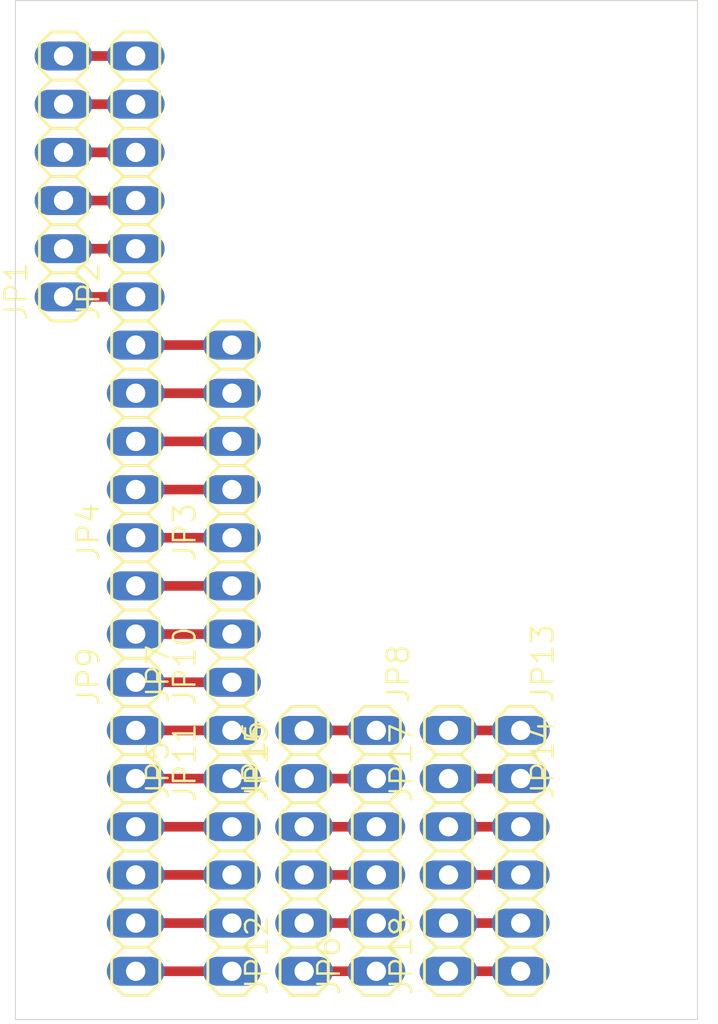
<source format=kicad_pcb>
(kicad_pcb (version 20221018) (generator pcbnew)
  (layers (0 "F.Cu" signal) (31 "B.Cu" signal) (34 "B.Paste" user) (35 "F.Paste" user) (36 "B.SilkS" user "B.Silkscreen") (37 "F.SilkS" user "F.Silkscreen") (38 "B.Mask" user) (39 "F.Mask" user) (44 "Edge.Cuts" user))
  (net 0 "")
  (net 1 "N$1")
  (net 2 "N$2")
  (net 3 "N$3")
  (net 4 "N$4")
  (net 5 "N$5")
  (net 6 "N$7")
  (net 7 "N$8")
  (net 8 "N$9")
  (net 9 "N$10")
  (net 10 "N$11")
  (net 11 "N$20")
  (net 12 "N$21")
  (net 13 "N$22")
  (net 14 "GND")
  (net 15 "N$19")
  (net 16 "N$23")
  (net 17 "N$24")
  (net 18 "N$25")
  (net 19 "N$13")
  (net 20 "N$14")
  (net 21 "N$15")
  (net 22 "N$16")
  (net 23 "N$17")
  (net 24 "N$18")
  (net 25 "N$6")
  (net 26 "N$12")
  (net 27 "N$26")
  (net 28 "N$27")
  (net 29 "N$28")
  (net 30 "N$29")
  (net 31 "N$30")
  (net 32 "N$31")
  (footprint "receiver:1X05" (layer "F.Cu") (at 141.9311 101.3886 90)
    (fp_text reference "JP3" (at -6.4262 -1.8288 90) (layer "F.SilkS") (effects (font (size 1.143 1.143) (thickness 0.127)) (justify left bottom)))
    (fp_text value "")
    (pad "1" thru_hole oval (at -5.08 0 180) (size 3.048 1.524) (drill 1.016) (layers "*.Cu" "*.Mask") (net 6 "N$7"))
    (pad "2" thru_hole oval (at -2.54 0 180) (size 3.048 1.524) (drill 1.016) (layers "*.Cu" "*.Mask") (net 7 "N$8"))
    (pad "3" thru_hole oval (at 0 0 180) (size 3.048 1.524) (drill 1.016) (layers "*.Cu" "*.Mask") (net 8 "N$9"))
    (pad "4" thru_hole oval (at 2.54 0 180) (size 3.048 1.524) (drill 1.016) (layers "*.Cu" "*.Mask") (net 9 "N$10"))
    (pad "5" thru_hole oval (at 5.08 0 180) (size 3.048 1.524) (drill 1.016) (layers "*.Cu" "*.Mask") (net 10 "N$11"))
  )
  (footprint "receiver:1X06" (layer "F.Cu") (at 136.8511 87.4186 90)
    (fp_text reference "JP2" (at -7.6962 -1.8288 90) (layer "F.SilkS") (effects (font (size 1.143 1.143) (thickness 0.127)) (justify left bottom)))
    (fp_text value "")
    (pad "1" thru_hole oval (at -6.35 0 180) (size 3.048 1.524) (drill 1.016) (layers "*.Cu" "*.Mask") (net 1 "N$1"))
    (pad "2" thru_hole oval (at -3.81 0 180) (size 3.048 1.524) (drill 1.016) (layers "*.Cu" "*.Mask") (net 2 "N$2"))
    (pad "3" thru_hole oval (at -1.27 0 180) (size 3.048 1.524) (drill 1.016) (layers "*.Cu" "*.Mask") (net 3 "N$3"))
    (pad "4" thru_hole oval (at 1.27 0 180) (size 3.048 1.524) (drill 1.016) (layers "*.Cu" "*.Mask") (net 4 "N$4"))
    (pad "5" thru_hole oval (at 3.81 0 180) (size 3.048 1.524) (drill 1.016) (layers "*.Cu" "*.Mask") (net 5 "N$5"))
    (pad "6" thru_hole oval (at 6.35 0 180) (size 3.048 1.524) (drill 1.016) (layers "*.Cu" "*.Mask") (net 14 "GND"))
  )
  (footprint "receiver:1X04" (layer "F.Cu") (at 141.9311 125.5186 -90)
    (fp_text reference "JP16" (at -5.1562 -1.8288 -90) (layer "F.SilkS") (effects (font (size 1.143 1.143) (thickness 0.127)) (justify left bottom)))
    (fp_text value "")
    (pad "1" thru_hole oval (at -3.81 0) (size 3.048 1.524) (drill 1.016) (layers "*.Cu" "*.Mask") (net 15 "N$19"))
    (pad "2" thru_hole oval (at -1.27 0) (size 3.048 1.524) (drill 1.016) (layers "*.Cu" "*.Mask") (net 16 "N$23"))
    (pad "3" thru_hole oval (at 1.27 0) (size 3.048 1.524) (drill 1.016) (layers "*.Cu" "*.Mask") (net 17 "N$24"))
    (pad "4" thru_hole oval (at 3.81 0) (size 3.048 1.524) (drill 1.016) (layers "*.Cu" "*.Mask") (net 18 "N$25"))
  )
  (footprint "receiver:1X02" (layer "F.Cu") (at 149.5511 117.8986 -90)
    (fp_text reference "JP8" (at -2.6162 -1.8288 -90) (layer "F.SilkS") (effects (font (size 1.143 1.143) (thickness 0.127)) (justify left bottom)))
    (fp_text value "")
    (pad "1" thru_hole oval (at -1.27 0) (size 3.048 1.524) (drill 1.016) (layers "*.Cu" "*.Mask") (net 25 "N$6"))
    (pad "2" thru_hole oval (at 1.27 0) (size 3.048 1.524) (drill 1.016) (layers "*.Cu" "*.Mask") (net 26 "N$12"))
  )
  (footprint "receiver:1X04" (layer "F.Cu") (at 157.1711 125.5186 -90)
    (fp_text reference "JP14" (at -5.1562 -1.8288 -90) (layer "F.SilkS") (effects (font (size 1.143 1.143) (thickness 0.127)) (justify left bottom)))
    (fp_text value "")
    (pad "1" thru_hole oval (at -3.81 0) (size 3.048 1.524) (drill 1.016) (layers "*.Cu" "*.Mask") (net 27 "N$26"))
    (pad "2" thru_hole oval (at -1.27 0) (size 3.048 1.524) (drill 1.016) (layers "*.Cu" "*.Mask") (net 28 "N$27"))
    (pad "3" thru_hole oval (at 1.27 0) (size 3.048 1.524) (drill 1.016) (layers "*.Cu" "*.Mask") (net 29 "N$28"))
    (pad "4" thru_hole oval (at 3.81 0) (size 3.048 1.524) (drill 1.016) (layers "*.Cu" "*.Mask") (net 30 "N$29"))
  )
  (footprint "receiver:1X03" (layer "F.Cu") (at 141.9311 111.5486 90)
    (fp_text reference "JP10" (at -3.8862 -1.8288 90) (layer "F.SilkS") (effects (font (size 1.143 1.143) (thickness 0.127)) (justify left bottom)))
    (fp_text value "")
    (pad "1" thru_hole oval (at -2.54 0 180) (size 3.048 1.524) (drill 1.016) (layers "*.Cu" "*.Mask") (net 11 "N$20"))
    (pad "2" thru_hole oval (at 0 0 180) (size 3.048 1.524) (drill 1.016) (layers "*.Cu" "*.Mask") (net 12 "N$21"))
    (pad "3" thru_hole oval (at 2.54 0 180) (size 3.048 1.524) (drill 1.016) (layers "*.Cu" "*.Mask") (net 13 "N$22"))
  )
  (footprint "receiver:1X06" (layer "F.Cu") (at 133.0411 87.4186 90)
    (fp_text reference "JP1" (at -7.6962 -1.8288 90) (layer "F.SilkS") (effects (font (size 1.143 1.143) (thickness 0.127)) (justify left bottom)))
    (fp_text value "")
    (pad "1" thru_hole oval (at -6.35 0 180) (size 3.048 1.524) (drill 1.016) (layers "*.Cu" "*.Mask") (net 1 "N$1"))
    (pad "2" thru_hole oval (at -3.81 0 180) (size 3.048 1.524) (drill 1.016) (layers "*.Cu" "*.Mask") (net 2 "N$2"))
    (pad "3" thru_hole oval (at -1.27 0 180) (size 3.048 1.524) (drill 1.016) (layers "*.Cu" "*.Mask") (net 3 "N$3"))
    (pad "4" thru_hole oval (at 1.27 0 180) (size 3.048 1.524) (drill 1.016) (layers "*.Cu" "*.Mask") (net 4 "N$4"))
    (pad "5" thru_hole oval (at 3.81 0 180) (size 3.048 1.524) (drill 1.016) (layers "*.Cu" "*.Mask") (net 5 "N$5"))
    (pad "6" thru_hole oval (at 6.35 0 180) (size 3.048 1.524) (drill 1.016) (layers "*.Cu" "*.Mask") (net 14 "GND"))
  )
  (footprint "receiver:1X05" (layer "F.Cu") (at 136.8511 101.3886 90)
    (fp_text reference "JP4" (at -6.4262 -1.8288 90) (layer "F.SilkS") (effects (font (size 1.143 1.143) (thickness 0.127)) (justify left bottom)))
    (fp_text value "")
    (pad "1" thru_hole oval (at -5.08 0 180) (size 3.048 1.524) (drill 1.016) (layers "*.Cu" "*.Mask") (net 6 "N$7"))
    (pad "2" thru_hole oval (at -2.54 0 180) (size 3.048 1.524) (drill 1.016) (layers "*.Cu" "*.Mask") (net 7 "N$8"))
    (pad "3" thru_hole oval (at 0 0 180) (size 3.048 1.524) (drill 1.016) (layers "*.Cu" "*.Mask") (net 8 "N$9"))
    (pad "4" thru_hole oval (at 2.54 0 180) (size 3.048 1.524) (drill 1.016) (layers "*.Cu" "*.Mask") (net 9 "N$10"))
    (pad "5" thru_hole oval (at 5.08 0 180) (size 3.048 1.524) (drill 1.016) (layers "*.Cu" "*.Mask") (net 10 "N$11"))
  )
  (footprint "receiver:1X02" (layer "F.Cu") (at 136.8511 117.8986 -90)
    (fp_text reference "JP7" (at -2.6162 -1.8288 -90) (layer "F.SilkS") (effects (font (size 1.143 1.143) (thickness 0.127)) (justify left bottom)))
    (fp_text value "")
    (pad "1" thru_hole oval (at -1.27 0) (size 3.048 1.524) (drill 1.016) (layers "*.Cu" "*.Mask") (net 20 "N$14"))
    (pad "2" thru_hole oval (at 1.27 0) (size 3.048 1.524) (drill 1.016) (layers "*.Cu" "*.Mask") (net 19 "N$13"))
  )
  (footprint "receiver:1X02" (layer "F.Cu") (at 157.1711 117.8986 -90)
    (fp_text reference "JP13" (at -2.6162 -1.8288 -90) (layer "F.SilkS") (effects (font (size 1.143 1.143) (thickness 0.127)) (justify left bottom)))
    (fp_text value "")
    (pad "1" thru_hole oval (at -1.27 0) (size 3.048 1.524) (drill 1.016) (layers "*.Cu" "*.Mask") (net 32 "N$31"))
    (pad "2" thru_hole oval (at 1.27 0) (size 3.048 1.524) (drill 1.016) (layers "*.Cu" "*.Mask") (net 31 "N$30"))
  )
  (footprint "receiver:1X04" (layer "F.Cu") (at 153.3611 125.5186 90)
    (fp_text reference "JP18" (at -5.1562 -1.8288 90) (layer "F.SilkS") (effects (font (size 1.143 1.143) (thickness 0.127)) (justify left bottom)))
    (fp_text value "")
    (pad "1" thru_hole oval (at -3.81 0 180) (size 3.048 1.524) (drill 1.016) (layers "*.Cu" "*.Mask") (net 30 "N$29"))
    (pad "2" thru_hole oval (at -1.27 0 180) (size 3.048 1.524) (drill 1.016) (layers "*.Cu" "*.Mask") (net 29 "N$28"))
    (pad "3" thru_hole oval (at 1.27 0 180) (size 3.048 1.524) (drill 1.016) (layers "*.Cu" "*.Mask") (net 28 "N$27"))
    (pad "4" thru_hole oval (at 3.81 0 180) (size 3.048 1.524) (drill 1.016) (layers "*.Cu" "*.Mask") (net 27 "N$26"))
  )
  (footprint "receiver:1X02" (layer "F.Cu") (at 153.3611 117.8986 90)
    (fp_text reference "JP17" (at -2.6162 -1.8288 90) (layer "F.SilkS") (effects (font (size 1.143 1.143) (thickness 0.127)) (justify left bottom)))
    (fp_text value "")
    (pad "1" thru_hole oval (at -1.27 0 180) (size 3.048 1.524) (drill 1.016) (layers "*.Cu" "*.Mask") (net 31 "N$30"))
    (pad "2" thru_hole oval (at 1.27 0 180) (size 3.048 1.524) (drill 1.016) (layers "*.Cu" "*.Mask") (net 32 "N$31"))
  )
  (footprint "receiver:1X03" (layer "F.Cu") (at 136.8511 111.5486 90)
    (fp_text reference "JP9" (at -3.8862 -1.8288 90) (layer "F.SilkS") (effects (font (size 1.143 1.143) (thickness 0.127)) (justify left bottom)))
    (fp_text value "")
    (pad "1" thru_hole oval (at -2.54 0 180) (size 3.048 1.524) (drill 1.016) (layers "*.Cu" "*.Mask") (net 11 "N$20"))
    (pad "2" thru_hole oval (at 0 0 180) (size 3.048 1.524) (drill 1.016) (layers "*.Cu" "*.Mask") (net 12 "N$21"))
    (pad "3" thru_hole oval (at 2.54 0 180) (size 3.048 1.524) (drill 1.016) (layers "*.Cu" "*.Mask") (net 13 "N$22"))
  )
  (footprint "receiver:1X04" (layer "F.Cu") (at 145.7411 125.5186 90)
    (fp_text reference "JP12" (at -5.1562 -1.8288 90) (layer "F.SilkS") (effects (font (size 1.143 1.143) (thickness 0.127)) (justify left bottom)))
    (fp_text value "")
    (pad "1" thru_hole oval (at -3.81 0 180) (size 3.048 1.524) (drill 1.016) (layers "*.Cu" "*.Mask") (net 21 "N$15"))
    (pad "2" thru_hole oval (at -1.27 0 180) (size 3.048 1.524) (drill 1.016) (layers "*.Cu" "*.Mask") (net 22 "N$16"))
    (pad "3" thru_hole oval (at 1.27 0 180) (size 3.048 1.524) (drill 1.016) (layers "*.Cu" "*.Mask") (net 23 "N$17"))
    (pad "4" thru_hole oval (at 3.81 0 180) (size 3.048 1.524) (drill 1.016) (layers "*.Cu" "*.Mask") (net 24 "N$18"))
  )
  (footprint "receiver:1X04" (layer "F.Cu") (at 149.5511 125.5186 90)
    (fp_text reference "JP6" (at -5.1562 -1.8288 90) (layer "F.SilkS") (effects (font (size 1.143 1.143) (thickness 0.127)) (justify left bottom)))
    (fp_text value "")
    (pad "1" thru_hole oval (at -3.81 0 180) (size 3.048 1.524) (drill 1.016) (layers "*.Cu" "*.Mask") (net 21 "N$15"))
    (pad "2" thru_hole oval (at -1.27 0 180) (size 3.048 1.524) (drill 1.016) (layers "*.Cu" "*.Mask") (net 22 "N$16"))
    (pad "3" thru_hole oval (at 1.27 0 180) (size 3.048 1.524) (drill 1.016) (layers "*.Cu" "*.Mask") (net 23 "N$17"))
    (pad "4" thru_hole oval (at 3.81 0 180) (size 3.048 1.524) (drill 1.016) (layers "*.Cu" "*.Mask") (net 24 "N$18"))
  )
  (footprint "receiver:1X02" (layer "F.Cu") (at 145.7411 117.8986 90)
    (fp_text reference "JP15" (at -2.6162 -1.8288 90) (layer "F.SilkS") (effects (font (size 1.143 1.143) (thickness 0.127)) (justify left bottom)))
    (fp_text value "")
    (pad "1" thru_hole oval (at -1.27 0 180) (size 3.048 1.524) (drill 1.016) (layers "*.Cu" "*.Mask") (net 26 "N$12"))
    (pad "2" thru_hole oval (at 1.27 0 180) (size 3.048 1.524) (drill 1.016) (layers "*.Cu" "*.Mask") (net 25 "N$6"))
  )
  (footprint "receiver:1X04" (layer "F.Cu") (at 136.8511 125.5186 -90)
    (fp_text reference "JP5" (at -5.1562 -1.8288 -90) (layer "F.SilkS") (effects (font (size 1.143 1.143) (thickness 0.127)) (justify left bottom)))
    (fp_text value "")
    (pad "1" thru_hole oval (at -3.81 0) (size 3.048 1.524) (drill 1.016) (layers "*.Cu" "*.Mask") (net 15 "N$19"))
    (pad "2" thru_hole oval (at -1.27 0) (size 3.048 1.524) (drill 1.016) (layers "*.Cu" "*.Mask") (net 16 "N$23"))
    (pad "3" thru_hole oval (at 1.27 0) (size 3.048 1.524) (drill 1.016) (layers "*.Cu" "*.Mask") (net 17 "N$24"))
    (pad "4" thru_hole oval (at 3.81 0) (size 3.048 1.524) (drill 1.016) (layers "*.Cu" "*.Mask") (net 18 "N$25"))
  )
  (footprint "receiver:1X02" (layer "F.Cu") (at 141.9311 117.8986 90)
    (fp_text reference "JP11" (at -2.6162 -1.8288 90) (layer "F.SilkS") (effects (font (size 1.143 1.143) (thickness 0.127)) (justify left bottom)))
    (fp_text value "")
    (pad "1" thru_hole oval (at -1.27 0 180) (size 3.048 1.524) (drill 1.016) (layers "*.Cu" "*.Mask") (net 19 "N$13"))
    (pad "2" thru_hole oval (at 1.27 0 180) (size 3.048 1.524) (drill 1.016) (layers "*.Cu" "*.Mask") (net 20 "N$14"))
  )
  (gr_line (start 130.5011 131.8686) (end 166.5011 131.8686) (stroke (width 0.05)) (layer "Edge.Cuts"))
  (gr_line (start 130.5011 78.1386) (end 130.5011 131.8686) (stroke (width 0.05)) (layer "Edge.Cuts"))
  (gr_line (start 166.5011 78.1386) (end 130.5011 78.1386) (stroke (width 0.05)) (layer "Edge.Cuts"))
  (gr_line (start 166.5011 131.8686) (end 166.5011 78.1386) (stroke (width 0.05)) (layer "Edge.Cuts"))
  (segment (start 136.8511 93.7686) (end 133.0411 93.7686) (width 0.508) (layer "F.Cu") (net 1))
  (segment (start 133.0411 91.2286) (end 136.8511 91.2286) (width 0.508) (layer "F.Cu") (net 2))
  (segment (start 136.8511 88.6886) (end 133.0411 88.6886) (width 0.508) (layer "F.Cu") (net 3))
  (segment (start 133.0411 86.1486) (end 136.8511 86.1486) (width 0.508) (layer "F.Cu") (net 4))
  (segment (start 136.8511 83.6086) (end 133.0411 83.6086) (width 0.508) (layer "F.Cu") (net 5))
  (segment (start 136.8511 106.4686) (end 141.9311 106.4686) (width 0.508) (layer "F.Cu") (net 6))
  (segment (start 141.9311 103.9286) (end 136.8511 103.9286) (width 0.508) (layer "F.Cu") (net 7))
  (segment (start 136.8511 101.3886) (end 141.9311 101.3886) (width 0.508) (layer "F.Cu") (net 8))
  (segment (start 141.9311 98.8486) (end 136.8511 98.8486) (width 0.508) (layer "F.Cu") (net 9))
  (segment (start 136.8511 96.3086) (end 141.9311 96.3086) (width 0.508) (layer "F.Cu") (net 10))
  (segment (start 141.9311 114.0886) (end 136.8511 114.0886) (width 0.508) (layer "F.Cu") (net 11))
  (segment (start 136.8511 111.5486) (end 141.9311 111.5486) (width 0.508) (layer "F.Cu") (net 12))
  (segment (start 141.9311 109.0086) (end 136.8511 109.0086) (width 0.508) (layer "F.Cu") (net 13))
  (segment (start 133.0411 81.0686) (end 136.8511 81.0686) (width 0.508) (layer "F.Cu") (net 14))
  (segment (start 136.8511 121.7086) (end 141.9311 121.7086) (width 0.508) (layer "F.Cu") (net 15))
  (segment (start 141.9311 124.2486) (end 136.8511 124.2486) (width 0.508) (layer "F.Cu") (net 16))
  (segment (start 136.8511 126.7886) (end 141.9311 126.7886) (width 0.508) (layer "F.Cu") (net 17))
  (segment (start 141.9311 129.3286) (end 136.8511 129.3286) (width 0.508) (layer "F.Cu") (net 18))
  (segment (start 141.9311 119.1686) (end 136.8511 119.1686) (width 0.508) (layer "F.Cu") (net 19))
  (segment (start 136.8511 116.6286) (end 141.9311 116.6286) (width 0.508) (layer "F.Cu") (net 20))
  (segment (start 149.5511 129.3286) (end 145.7411 129.3286) (width 0.508) (layer "F.Cu") (net 21))
  (segment (start 145.7411 126.7886) (end 149.5511 126.7886) (width 0.508) (layer "F.Cu") (net 22))
  (segment (start 149.5511 124.2486) (end 145.7411 124.2486) (width 0.508) (layer "F.Cu") (net 23))
  (segment (start 145.7411 121.7086) (end 149.5511 121.7086) (width 0.508) (layer "F.Cu") (net 24))
  (segment (start 145.7411 116.6286) (end 149.5511 116.6286) (width 0.508) (layer "F.Cu") (net 25))
  (segment (start 149.5511 119.1686) (end 145.7411 119.1686) (width 0.508) (layer "F.Cu") (net 26))
  (segment (start 153.3611 121.7086) (end 157.1711 121.7086) (width 0.508) (layer "F.Cu") (net 27))
  (segment (start 157.1711 124.2486) (end 153.3611 124.2486) (width 0.508) (layer "F.Cu") (net 28))
  (segment (start 153.3611 126.7886) (end 157.1711 126.7886) (width 0.508) (layer "F.Cu") (net 29))
  (segment (start 157.1711 129.3286) (end 153.3611 129.3286) (width 0.508) (layer "F.Cu") (net 30))
  (segment (start 157.1711 119.1686) (end 153.3611 119.1686) (width 0.508) (layer "F.Cu") (net 31))
  (segment (start 153.3611 116.6286) (end 157.1711 116.6286) (width 0.508) (layer "F.Cu") (net 32))
)
</source>
